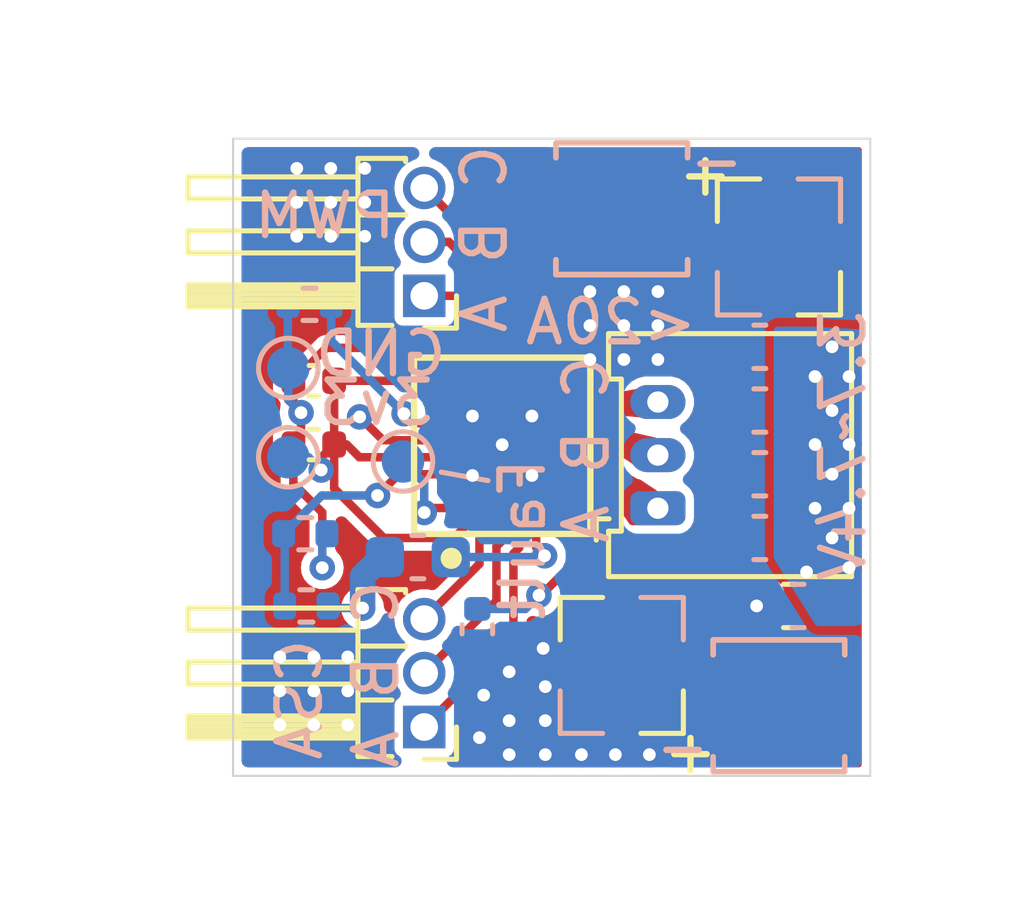
<source format=kicad_pcb>
(kicad_pcb (version 20240108) (generator "pcbnew") (generator_version "8.0")
  (title_block (date "2024-10-21") (rev "V1") (comment 1 "Licensed under CERN-OHL-S V2") (comment 2 "Author: Asher Edwards"))
  (layers (0 "F.Cu" signal) (1 "In1.Cu" signal) (2 "In2.Cu" signal) (31 "B.Cu" signal) (34 "B.Paste" user) (35 "F.Paste" user) (36 "B.SilkS" user "B.Silkscreen") (37 "F.SilkS" user "F.Silkscreen") (38 "B.Mask" user) (39 "F.Mask" user) (44 "Edge.Cuts" user))
  (net 0 "")
  (net 1 "+3.3V")
  (net 2 "GND")
  (net 3 "VDD")
  (net 4 "Net-(U1-CP)")
  (net 5 "Net-(J1-Pin_1)")
  (net 6 "Net-(J2-Pin_1)")
  (net 7 "GNDPWR")
  (net 8 "Net-(U1-SLEEP_N)")
  (net 9 "Net-(U1-GAIN)")
  (net 10 "Net-(J1-Pin_3)")
  (net 11 "Net-(J1-Pin_2)")
  (net 12 "Net-(J2-Pin_2)")
  (net 13 "Net-(J2-Pin_3)")
  (net 14 "Net-(J4-Pin_1)")
  (net 15 "Net-(J4-Pin_2)")
  (net 16 "unconnected-(U1-SLEW-Pad22)")
  (net 17 "Net-(J4-Pin_3)")
  (net 18 "Net-(U1-FAULT_N)")
  (footprint "custom_Connector:Keystone_3579" (layer "F.Cu") (at 176.65 107.55)
    (property "Reference" "J7" (hide yes))
    (property "Value" "Keystone 3579")
    (fp_line (start -1.55 -1.55) (end 1.55 -1.55) (stroke (width 0.127)) (layer "F.SilkS"))
    (fp_line (start -1.55 -1.2) (end -1.55 -1.55) (stroke (width 0.127)) (layer "F.SilkS"))
    (fp_line (start -1.55 1.55) (end -1.55 1.2) (stroke (width 0.127)) (layer "F.SilkS"))
    (fp_line (start 1.55 -1.55) (end 1.55 -1.2) (stroke (width 0.127)) (layer "F.SilkS"))
    (fp_line (start 1.55 1.2) (end 1.55 1.55) (stroke (width 0.127)) (layer "F.SilkS"))
    (fp_line (start 1.55 1.55) (end -1.55 1.55) (stroke (width 0.127)) (layer "F.SilkS"))
    (pad "1" smd rect (at 0 0) (size 2.8 2.8) (layers "F.Cu" "F.Paste" "F.Mask") (net 3 "VDD"))
  )
  (footprint "Connector_Molex:Molex_PicoBlade_53048-0310_1x03_P1.25mm_Horizontal" (layer "F.Cu") (at 173.8 102.9 90)
    (property "Reference" "J4" (hide yes))
    (property "Value" "Molex Picoblade")
    (fp_line (start -0.25 -1.45) (end -0.75 -1.45) (stroke (width 0.12)) (layer "F.SilkS"))
    (fp_line (start 4.11 -1.16) (end 4.11 4.56) (stroke (width 0.12)) (layer "F.SilkS"))
    (fp_line (start 3.04 -1.16) (end 4.11 -1.16) (stroke (width 0.12)) (layer "F.SilkS"))
    (fp_line (start -0.54 -1.16) (end -1.61 -1.16) (stroke (width 0.12)) (layer "F.SilkS"))
    (fp_line (start -1.61 -1.16) (end -1.61 4.56) (stroke (width 0.12)) (layer "F.SilkS"))
    (fp_line (start -0.25 -1.15) (end -0.25 -1.45) (stroke (width 0.12)) (layer "F.SilkS"))
    (fp_line (start 3.04 -0.86) (end 3.04 -1.16) (stroke (width 0.12)) (layer "F.SilkS"))
    (fp_line (start 1.25 -0.86) (end 3.04 -0.86) (stroke (width 0.12)) (layer "F.SilkS"))
    (fp_line (start 1.25 -0.86) (end -0.54 -0.86) (stroke (width 0.12)) (layer "F.SilkS"))
    (fp_line (start -0.54 -0.86) (end -0.54 -1.16) (stroke (width 0.12)) (layer "F.SilkS"))
    (fp_line (start 4.11 4.56) (end 1.25 4.56) (stroke (width 0.12)) (layer "F.SilkS"))
    (fp_line (start -1.61 4.56) (end 1.25 4.56) (stroke (width 0.12)) (layer "F.SilkS"))
    (pad "1" thru_hole roundrect (at 0 0 90) (size 0.8 1.3) (drill 0.5) (layers "*.Cu" "*.Mask") (net 14 "Net-(J4-Pin_1)"))
    (pad "2" thru_hole oval (at 1.25 0 90) (size 0.8 1.3) (drill 0.5) (layers "*.Cu" "*.Mask") (net 15 "Net-(J4-Pin_2)"))
    (pad "3" thru_hole oval (at 2.5 0 90) (size 0.8 1.3) (drill 0.5) (layers "*.Cu" "*.Mask") (net 17 "Net-(J4-Pin_3)"))
  )
  (footprint "Capacitor_SMD:C_0402_1005Metric" (layer "F.Cu") (at 165.7 99.9)
    (property "Reference" "C1" (hide yes))
    (property "Value" "4.7uF, 10v")
    (fp_line (start -0.107836 -0.36) (end 0.107836 -0.36) (stroke (width 0.12)) (layer "F.SilkS"))
    (fp_line (start -0.107836 0.36) (end 0.107836 0.36) (stroke (width 0.12)) (layer "F.SilkS"))
    (pad "1" smd roundrect (at -0.48 0) (size 0.56 0.62) (layers "F.Cu" "F.Paste" "F.Mask") (net 2 "GND"))
    (pad "2" smd roundrect (at 0.48 0) (size 0.56 0.62) (layers "F.Cu" "F.Paste" "F.Mask") (net 1 "+3.3V"))
  )
  (footprint "custom_Connector:NetTie-2_SMD_Pad0.2mm" (layer "F.Cu") (at 170.134999 100.35 90)
    (property "Reference" "NT1" (hide yes))
    (property "Value" "NetTie_2" (hide yes))
    (fp_poly (pts (xy -0.2 -0.1) (xy 0.2 -0.1) (xy 0.2 0.1) (xy -0.2 0.1)) (fill solid) (layer "F.Cu"))
    (pad "1" smd circle (at -0.2 0 90) (size 0.2 0.2) (layers "F.Cu") (net 7 "GNDPWR"))
    (pad "2" smd circle (at 0.2 0 90) (size 0.2 0.2) (layers "F.Cu") (net 2 "GND"))
  )
  (footprint "custom_Driver_Motor:DRV8311_0.3mmVias" (layer "F.Cu") (at 170.134999 101.429999 90)
    (property "Reference" "U1" (hide yes))
    (property "Value" "DRV8311HRRWR")
    (fp_line (start -2.075 -2.075) (end 2.075 -2.075) (stroke (width 0.15)) (layer "F.SilkS"))
    (fp_line (start 2.075 2.075) (end 2.075 -2.075) (stroke (width 0.15)) (layer "F.SilkS"))
    (fp_line (start -2.075 2.075) (end -2.075 -2.075) (stroke (width 0.15)) (layer "F.SilkS"))
    (fp_line (start -2.075 2.075) (end 2.075 2.075) (stroke (width 0.15)) (layer "F.SilkS"))
    (fp_circle (center -2.65 -1.2) (end -2.524999 -1.2) (stroke (width 0.25)) (fill none) (layer "F.SilkS"))
    (pad "1" smd rect (at -1.465001 -1.2 180) (size 0.2 0.469999) (layers "F.Cu" "F.Paste" "F.Mask") (net 18 "Net-(U1-FAULT_N)"))
    (pad "2" smd rect (at -1.465001 -0.800001 180) (size 0.2 0.469999) (layers "F.Cu" "F.Paste" "F.Mask") (net 1 "+3.3V"))
    (pad "3" smd rect (at -1.465001 -0.399999 180) (size 0.2 0.469999) (layers "F.Cu" "F.Paste" "F.Mask") (net 10 "Net-(J1-Pin_3)"))
    (pad "4" smd rect (at -1.465001 0 180) (size 0.2 0.469999) (layers "F.Cu" "F.Paste" "F.Mask") (net 11 "Net-(J1-Pin_2)"))
    (pad "5" smd rect (at -1.465001 0.399999 180) (size 0.2 0.469999) (layers "F.Cu" "F.Paste" "F.Mask") (net 5 "Net-(J1-Pin_1)"))
    (pad "6" smd rect (at -1.465001 0.800001 180) (size 0.2 0.469999) (layers "F.Cu" "F.Paste" "F.Mask") (net 4 "Net-(U1-CP)"))
    (pad "7" smd rect (at -1.465001 1.2 180) (size 0.2 0.469999) (layers "F.Cu" "F.Paste" "F.Mask") (net 3 "VDD"))
    (pad "8" smd rect (at -0.670001 1.465001 90) (size 0.2 0.469999) (layers "F.Cu" "F.Paste" "F.Mask") (net 3 "VDD"))
    (pad "9" smd rect (at -0.269999 1.465001 90) (size 0.2 0.469999) (layers "F.Cu" "F.Paste" "F.Mask") (net 7 "GNDPWR"))
    (pad "10" smd rect (at 0.13 1.465001 90) (size 0.2 0.469999) (layers "F.Cu" "F.Paste" "F.Mask") (net 14 "Net-(J4-Pin_1)"))
    (pad "11" smd rect (at 0.529999 1.465001 90) (size 0.2 0.469999) (layers "F.Cu" "F.Paste" "F.Mask") (net 15 "Net-(J4-Pin_2)"))
    (pad "12" smd rect (at 0.930001 1.465001 90) (size 0.2 0.469999) (layers "F.Cu" "F.Paste" "F.Mask") (net 17 "Net-(J4-Pin_3)"))
    (pad "13" smd rect (at 1.465001 1.2 180) (size 0.2 0.469999) (layers "F.Cu" "F.Paste" "F.Mask") (net 13 "Net-(J2-Pin_3)"))
    (pad "14" smd rect (at 1.465001 0.800001 180) (size 0.2 0.469999) (layers "F.Cu" "F.Paste" "F.Mask") (net 12 "Net-(J2-Pin_2)"))
    (pad "15" smd rect (at 1.465001 0.399999 180) (size 0.2 0.469999) (layers "F.Cu" "F.Paste" "F.Mask") (net 6 "Net-(J2-Pin_1)"))
    (pad "16" smd rect (at 1.465001 0 180) (size 0.2 0.469999) (layers "F.Cu" "F.Paste" "F.Mask") (net 2 "GND"))
    (pad "17" smd rect (at 1.465001 -0.399999 180) (size 0.2 0.469999) (layers "F.Cu" "F.Paste" "F.Mask") (net 1 "+3.3V"))
    (pad "18" smd rect (at 1.465001 -0.800001 180) (size 0.2 0.469999) (layers "F.Cu" "F.Paste" "F.Mask") (net 1 "+3.3V"))
    (pad "19" smd rect (at 1.465001 -1.2 180) (size 0.2 0.469999) (layers "F.Cu" "F.Paste" "F.Mask") (net 1 "+3.3V"))
    (pad "20" smd rect (at 0.930001 -1.465001 90) (size 0.2 0.469999) (layers "F.Cu" "F.Paste" "F.Mask") (net 1 "+3.3V"))
    (pad "21" smd rect (at 0.529999 -1.465001 90) (size 0.2 0.469999) (layers "F.Cu" "F.Paste" "F.Mask") (net 9 "Net-(U1-GAIN)"))
    (pad "22" smd rect (at 0.13 -1.465001 90) (size 0.2 0.469999) (layers "F.Cu" "F.Paste" "F.Mask") (net 16 "unconnected-(U1-SLEW-Pad22)"))
    (pad "23" smd rect (at -0.269999 -1.465001 90) (size 0.2 0.469999) (layers "F.Cu" "F.Paste" "F.Mask") (net 1 "+3.3V"))
    (pad "24" smd rect (at -0.670001 -1.465001 90) (size 0.2 0.469999) (layers "F.Cu" "F.Paste" "F.Mask") (net 8 "Net-(U1-SLEEP_N)"))
    (pad "25" thru_hole circle (at -0.700001 -0.700001 90) (size 0.6 0.6) (drill 0.3) (layers "*.Cu" "*.Mask") (net 7 "GNDPWR"))
    (pad "25" thru_hole circle (at -0.700001 0.700001 90) (size 0.6 0.6) (drill 0.3) (layers "*.Cu" "*.Mask") (net 7 "GNDPWR"))
    (pad "25" smd rect (at 0 0 90) (size 1.899999 1.899999) (layers "F.Cu" "F.Mask") (net 7 "GNDPWR"))
    (pad "25" thru_hole circle (at 0.0254 0 90) (size 0.6 0.6) (drill 0.3) (layers "*.Cu" "*.Mask") (net 7 "GNDPWR"))
    (pad "25" thru_hole circle (at 0.700001 -0.700001 90) (size 0.6 0.6) (drill 0.3) (layers "*.Cu" "*.Mask") (net 7 "GNDPWR"))
    (pad "25" thru_hole circle (at 0.700001 0.700001 90) (size 0.6 0.6) (drill 0.3) (layers "*.Cu" "*.Mask") (net 7 "GNDPWR"))
  )
  (footprint "custom_Connector:Keystone_3569_half" (layer "F.Cu") (at 176.65 94.2)
    (property "Reference" "J8" (hide yes))
    (property "Value" "Keystone 3569")
    (fp_line (start -1.45 0.95) (end -1.45 1.95) (stroke (width 0.12)) (layer "F.SilkS"))
    (fp_line (start -0.45 0.95) (end -1.45 0.95) (stroke (width 0.12)) (layer "F.SilkS"))
    (fp_line (start 0.45 4.15) (end 1.45 4.15) (stroke (width 0.12)) (layer "F.SilkS"))
    (fp_line (start 1.45 4.15) (end 1.45 3.15) (stroke (width 0.12)) (layer "F.SilkS"))
    (pad "1" smd rect (at 0 2.55) (size 2.5 2.8) (layers "F.Cu" "F.Paste" "F.Mask") (net 3 "VDD"))
  )
  (footprint "Capacitor_SMD:C_0603_1608Metric" (layer "F.Cu") (at 176.9 105.2 180)
    (property "Reference" "C6" (hide yes))
    (property "Value" "100nF, 16v")
    (fp_line (start -0.14058 0.51) (end 0.14058 0.51) (stroke (width 0.12)) (layer "F.SilkS"))
    (fp_line (start -0.14058 -0.51) (end 0.14058 -0.51) (stroke (width 0.12)) (layer "F.SilkS"))
    (pad "1" smd roundrect (at -0.775 0 180) (size 0.9 0.95) (layers "F.Cu" "F.Paste" "F.Mask") (net 3 "VDD"))
    (pad "2" smd roundrect (at 0.775 0 180) (size 0.9 0.95) (layers "F.Cu" "F.Paste" "F.Mask") (net 7 "GNDPWR"))
  )
  (footprint "custom_Connector:Keystone_3569_half" (layer "F.Cu") (at 172.95 109.15 180)
    (property "Reference" "J6" (hide yes))
    (property "Value" "Keystone 3569")
    (fp_line (start 1.45 4.15) (end 1.45 3.15) (stroke (width 0.12)) (layer "F.SilkS"))
    (fp_line (start 0.45 4.15) (end 1.45 4.15) (stroke (width 0.12)) (layer "F.SilkS"))
    (fp_line (start -0.45 0.95) (end -1.45 0.95) (stroke (width 0.12)) (layer "F.SilkS"))
    (fp_line (start -1.45 0.95) (end -1.45 1.95) (stroke (width 0.12)) (layer "F.SilkS"))
    (pad "1" smd rect (at 0 2.55 180) (size 2.5 2.8) (layers "F.Cu" "F.Paste" "F.Mask") (net 3 "VDD"))
  )
  (footprint "custom_Connector:Keystone_3579" (layer "F.Cu") (at 172.95 95.85 180)
    (property "Reference" "J9" (hide yes))
    (property "Value" "Keystone 3579")
    (fp_line (start 1.55 1.55) (end -1.55 1.55) (stroke (width 0.127)) (layer "F.SilkS"))
    (fp_line (start 1.55 1.2) (end 1.55 1.55) (stroke (width 0.127)) (layer "F.SilkS"))
    (fp_line (start 1.55 -1.55) (end 1.55 -1.2) (stroke (width 0.127)) (layer "F.SilkS"))
    (fp_line (start -1.55 1.55) (end -1.55 1.2) (stroke (width 0.127)) (layer "F.SilkS"))
    (fp_line (start -1.55 -1.2) (end -1.55 -1.55) (stroke (width 0.127)) (layer "F.SilkS"))
    (fp_line (start -1.55 -1.55) (end 1.55 -1.55) (stroke (width 0.127)) (layer "F.SilkS"))
    (pad "1" smd rect (at 0 0 180) (size 2.8 2.8) (layers "F.Cu" "F.Paste" "F.Mask") (net 3 "VDD"))
  )
  (footprint "Connector_PinHeader_1.27mm:PinHeader_1x03_P1.27mm_Horizontal" (layer "F.Cu") (at 168.3 97.9 180)
    (property "Reference" "J2" (hide yes))
    (property "Value" "1.27mm pin header")
    (fp_line (start 5.56 2.8) (end 1.56 2.8) (stroke (width 0.12)) (layer "F.SilkS"))
    (fp_line (start 5.56 2.28) (end 5.56 2.8) (stroke (width 0.12)) (layer "F.SilkS"))
    (fp_line (start 5.56 1.53) (end 1.56 1.53) (stroke (width 0.12)) (layer "F.SilkS"))
    (fp_line (start 5.56 1.01) (end 5.56 1.53) (stroke (width 0.12)) (layer "F.SilkS"))
    (fp_line (start 5.56 0.26) (end 1.56 0.26) (stroke (width 0.12)) (layer "F.SilkS"))
    (fp_line (start 5.56 -0.26) (end 5.56 0.26) (stroke (width 0.12)) (layer "F.SilkS"))
    (fp_line (start 1.56 3.235) (end 0.44 3.235) (stroke (width 0.12)) (layer "F.SilkS"))
    (fp_line (start 1.56 2.28) (end 5.56 2.28) (stroke (width 0.12)) (layer "F.SilkS"))
    (fp_line (start 1.56 1.01) (end 5.56 1.01) (stroke (width 0.12)) (layer "F.SilkS"))
    (fp_line (start 1.56 0.16) (end 5.56 0.16) (stroke (width 0.12)) (layer "F.SilkS"))
    (fp_line (start 1.56 0.04) (end 5.56 0.04) (stroke (width 0.12)) (layer "F.SilkS"))
    (fp_line (start 1.56 -0.08) (end 5.56 -0.08) (stroke (width 0.12)) (layer "F.SilkS"))
    (fp_line (start 1.56 -0.2) (end 5.56 -0.2) (stroke (width 0.12)) (layer "F.SilkS"))
    (fp_line (start 1.56 -0.26) (end 5.56 -0.26) (stroke (width 0.12)) (layer "F.SilkS"))
    (fp_line (start 1.56 -0.695) (end 1.56 3.235) (stroke (width 0.12)) (layer "F.SilkS"))
    (fp_line (start 0.76 0.635) (end 1.56 0.635) (stroke (width 0.12)) (layer "F.SilkS"))
    (fp_line (start 0.76 -0.695) (end 1.56 -0.695) (stroke (width 0.12)) (layer "F.SilkS"))
    (fp_line (start 0.44 3.235) (end 0.44 3.159677) (stroke (width 0.12)) (layer "F.SilkS"))
    (fp_line (start 0.44 1.905) (end 1.56 1.905) (stroke (width 0.12)) (layer "F.SilkS"))
    (fp_line (start 0.44 1.889677) (end 0.44 1.920323) (stroke (width 0.12)) (layer "F.SilkS"))
    (fp_line (start -0.76 0) (end -0.76 -0.76) (stroke (width 0.12)) (layer "F.SilkS"))
    (fp_line (start -0.76 -0.76) (end 0 -0.76) (stroke (width 0.12)) (layer "F.SilkS"))
    (pad "1" thru_hole rect (at 0 0 180) (size 1 1) (drill 0.65) (layers "*.Cu" "*.Mask") (net 6 "Net-(J2-Pin_1)"))
    (pad "2" thru_hole oval (at 0 1.27 180) (size 1 1) (drill 0.65) (layers "*.Cu" "*.Mask") (net 12 "Net-(J2-Pin_2)"))
    (pad "3" thru_hole oval (at 0 2.54 180) (size 1 1) (drill 0.65) (layers "*.Cu" "*.Mask") (net 13 "Net-(J2-Pin_3)"))
  )
  (footprint "Capacitor_SMD:C_0402_1005Metric" (layer "F.Cu") (at 165.7 101.4)
    (property "Reference" "C7" (hide yes))
    (property "Value" "100nF, 16v")
    (fp_line (start -0.107836 -0.36) (end 0.107836 -0.36) (stroke (width 0.12)) (layer "F.SilkS"))
    (fp_line (start -0.107836 0.36) (end 0.107836 0.36) (stroke (width 0.12)) (layer "F.SilkS"))
    (pad "1" smd roundrect (at -0.48 0) (size 0.56 0.62) (layers "F.Cu" "F.Paste" "F.Mask") (net 2 "GND"))
    (pad "2" smd roundrect (at 0.48 0) (size 0.56 0.62) (layers "F.Cu" "F.Paste" "F.Mask") (net 1 "+3.3V"))
  )
  (footprint "Connector_PinHeader_1.27mm:PinHeader_1x03_P1.27mm_Horizontal" (layer "F.Cu") (at 168.3 108.05 180)
    (property "Reference" "J1" (hide yes))
    (property "Value" "1.27mm pin header")
    (fp_line (start 5.56 2.8) (end 1.56 2.8) (stroke (width 0.12)) (layer "F.SilkS"))
    (fp_line (start 5.56 2.28) (end 5.56 2.8) (stroke (width 0.12)) (layer "F.SilkS"))
    (fp_line (start 5.56 1.53) (end 1.56 1.53) (stroke (width 0.12)) (layer "F.SilkS"))
    (fp_line (start 5.56 1.01) (end 5.56 1.53) (stroke (width 0.12)) (layer "F.SilkS"))
    (fp_line (start 5.56 0.26) (end 1.56 0.26) (stroke (width 0.12)) (layer "F.SilkS"))
    (fp_line (start 5.56 -0.26) (end 5.56 0.26) (stroke (width 0.12)) (layer "F.SilkS"))
    (fp_line (start 1.56 3.235) (end 0.44 3.235) (stroke (width 0.12)) (layer "F.SilkS"))
    (fp_line (start 1.56 2.28) (end 5.56 2.28) (stroke (width 0.12)) (layer "F.SilkS"))
    (fp_line (start 1.56 1.01) (end 5.56 1.01) (stroke (width 0.12)) (layer "F.SilkS"))
    (fp_line (start 1.56 0.16) (end 5.56 0.16) (stroke (width 0.12)) (layer "F.SilkS"))
    (fp_line (start 1.56 0.04) (end 5.56 0.04) (stroke (width 0.12)) (layer "F.SilkS"))
    (fp_line (start 1.56 -0.08) (end 5.56 -0.08) (stroke (width 0.12)) (layer "F.SilkS"))
    (fp_line (start 1.56 -0.2) (end 5.56 -0.2) (stroke (width 0.12)) (layer "F.SilkS"))
    (fp_line (start 1.56 -0.26) (end 5.56 -0.26) (stroke (width 0.12)) (layer "F.SilkS"))
    (fp_line (start 1.56 -0.695) (end 1.56 3.235) (stroke (width 0.12)) (layer "F.SilkS"))
    (fp_line (start 0.76 0.635) (end 1.56 0.635) (stroke (width 0.12)) (layer "F.SilkS"))
    (fp_line (start 0.76 -0.695) (end 1.56 -0.695) (stroke (width 0.12)) (layer "F.SilkS"))
    (fp_line (start 0.44 3.235) (end 0.44 3.159677) (stroke (width 0.12)) (layer "F.SilkS"))
    (fp_line (start 0.44 1.905) (end 1.56 1.905) (stroke (width 0.12)) (layer "F.SilkS"))
    (fp_line (start 0.44 1.889677) (end 0.44 1.920323) (stroke (width 0.12)) (layer "F.SilkS"))
    (fp_line (start -0.76 0) (end -0.76 -0.76) (stroke (width 0.12)) (layer "F.SilkS"))
    (fp_line (start -0.76 -0.76) (end 0 -0.76) (stroke (width 0.12)) (layer "F.SilkS"))
    (pad "1" thru_hole rect (at 0 0 180) (size 1 1) (drill 0.65) (layers "*.Cu" "*.Mask") (net 5 "Net-(J1-Pin_1)"))
    (pad "2" thru_hole oval (at 0 1.27 180) (size 1 1) (drill 0.65) (layers "*.Cu" "*.Mask") (net 11 "Net-(J1-Pin_2)"))
    (pad "3" thru_hole oval (at 0 2.54 180) (size 1 1) (drill 0.65) (layers "*.Cu" "*.Mask") (net 10 "Net-(J1-Pin_3)"))
  )
  (footprint "Resistor_SMD:R_0402_1005Metric" (layer "B.Cu") (at 165.525 105.2)
    (property "Reference" "R1" (hide yes))
    (property "Value" "300k")
    (fp_line (start 0.153641 -0.38) (end -0.153641 -0.38) (stroke (width 0.12)) (layer "B.SilkS"))
    (fp_line (start 0.153641 0.38) (end -0.153641 0.38) (stroke (width 0.12)) (layer "B.SilkS"))
    (pad "1" smd roundrect (at -0.51 0) (size 0.54 0.64) (layers "B.Cu" "B.Paste" "B.Mask") (net 8 "Net-(U1-SLEEP_N)"))
    (pad "2" smd roundrect (at 0.51 0) (size 0.54 0.64) (layers "B.Cu" "B.Paste" "B.Mask") (net 3 "VDD"))
  )
  (footprint "custom_Connector:Keystone_3569_half" (layer "B.Cu") (at 176.65 94.2 180)
    (property "Reference" "J10" (hide yes))
    (property "Value" "Keystone 3569")
    (fp_line (start 1.45 -3.15) (end 1.45 -4.15) (stroke (width 0.12)) (layer "B.SilkS"))
    (fp_line (start 1.45 -4.15) (end 0.45 -4.15) (stroke (width 0.12)) (layer "B.SilkS"))
    (fp_line (start -1.45 -0.95) (end -0.45 -0.95) (stroke (width 0.12)) (layer "B.SilkS"))
    (fp_line (start -1.45 -1.95) (end -1.45 -0.95) (stroke (width 0.12)) (layer "B.SilkS"))
    (pad "1" smd rect (at 0 -2.55 180) (size 2.5 2.8) (layers "B.Cu" "B.Paste" "B.Mask") (net 7 "GNDPWR"))
  )
  (footprint "custom_Connector:Keystone_3569_half" (layer "B.Cu") (at 172.95 109.15)
    (property "Reference" "J5" (hide yes))
    (property "Value" "Keystone 3569")
    (fp_line (start -1.45 -1.95) (end -1.45 -0.95) (stroke (width 0.12)) (layer "B.SilkS"))
    (fp_line (start -1.45 -0.95) (end -0.45 -0.95) (stroke (width 0.12)) (layer "B.SilkS"))
    (fp_line (start 1.45 -4.15) (end 0.45 -4.15) (stroke (width 0.12)) (layer "B.SilkS"))
    (fp_line (start 1.45 -3.15) (end 1.45 -4.15) (stroke (width 0.12)) (layer "B.SilkS"))
    (pad "1" smd rect (at 0 -2.55) (size 2.5 2.8) (layers "B.Cu" "B.Paste" "B.Mask") (net 7 "GNDPWR"))
  )
  (footprint "TestPoint:TestPoint_Pad_D1.0mm" (layer "B.Cu") (at 165.1 101.7 180)
    (property "Reference" "TP5" (hide yes))
    (property "Value" "3.3v")
    (fp_circle (center 0 0) (end 0 -0.7) (stroke (width 0.12)) (fill none) (layer "B.SilkS"))
    (pad "1" smd circle (at 0 0 180) (size 1 1) (layers "B.Cu" "B.Mask") (net 1 "+3.3V"))
  )
  (footprint "Capacitor_SMD:C_0603_1608Metric" (layer "B.Cu") (at 176.2 99.1 180)
    (property "Reference" "C4" (hide yes))
    (property "Value" "10uF, 16v")
    (fp_line (start 0.14058 0.51) (end -0.14058 0.51) (stroke (width 0.12)) (layer "B.SilkS"))
    (fp_line (start 0.14058 -0.51) (end -0.14058 -0.51) (stroke (width 0.12)) (layer "B.SilkS"))
    (pad "1" smd roundrect (at -0.775 0 180) (size 0.9 0.95) (layers "B.Cu" "B.Paste" "B.Mask") (net 3 "VDD"))
    (pad "2" smd roundrect (at 0.775 0 180) (size 0.9 0.95) (layers "B.Cu" "B.Paste" "B.Mask") (net 7 "GNDPWR"))
  )
  (footprint "Capacitor_SMD:C_0603_1608Metric" (layer "B.Cu") (at 176.2 103.6 180)
    (property "Reference" "C9" (hide yes))
    (property "Value" "10uF, 16v")
    (fp_line (start 0.14058 0.51) (end -0.14058 0.51) (stroke (width 0.12)) (layer "B.SilkS"))
    (fp_line (start 0.14058 -0.51) (end -0.14058 -0.51) (stroke (width 0.12)) (layer "B.SilkS"))
    (pad "1" smd roundrect (at -0.775 0 180) (size 0.9 0.95) (layers "B.Cu" "B.Paste" "B.Mask") (net 3 "VDD"))
    (pad "2" smd roundrect (at 0.775 0 180) (size 0.9 0.95) (layers "B.Cu" "B.Paste" "B.Mask") (net 7 "GNDPWR"))
  )
  (footprint "Capacitor_SMD:C_0402_1005Metric" (layer "B.Cu") (at 169.55 105.75 -90)
    (property "Reference" "C3" (hide yes))
    (property "Value" "100nF, 16v")
    (fp_line (start 0.107836 0.36) (end -0.107836 0.36) (stroke (width 0.12)) (layer "B.SilkS"))
    (fp_line (start 0.107836 -0.36) (end -0.107836 -0.36) (stroke (width 0.12)) (layer "B.SilkS"))
    (pad "1" smd roundrect (at -0.48 0 270) (size 0.56 0.62) (layers "B.Cu" "B.Paste" "B.Mask") (net 3 "VDD"))
    (pad "2" smd roundrect (at 0.48 0 270) (size 0.56 0.62) (layers "B.Cu" "B.Paste" "B.Mask") (net 7 "GNDPWR"))
  )
  (footprint "Capacitor_SMD:C_0603_1608Metric" (layer "B.Cu") (at 177.1 105.2 180)
    (property "Reference" "C10" (hide yes))
    (property "Value" "10uF, 16v")
    (fp_line (start 0.14058 0.51) (end -0.14058 0.51) (stroke (width 0.12)) (layer "B.SilkS"))
    (fp_line (start 0.14058 -0.51) (end -0.14058 -0.51) (stroke (width 0.12)) (layer "B.SilkS"))
    (pad "1" smd roundrect (at -0.775 0 180) (size 0.9 0.95) (layers "B.Cu" "B.Paste" "B.Mask") (net 3 "VDD"))
    (pad "2" smd roundrect (at 0.775 0 180) (size 0.9 0.95) (layers "B.Cu" "B.Paste" "B.Mask") (net 7 "GNDPWR"))
  )
  (footprint "TestPoint:TestPoint_Pad_D1.0mm" (layer "B.Cu") (at 167.8 101.8 180)
    (property "Reference" "TP3" (hide yes))
    (property "Value" "Fault")
    (fp_circle (center 0 0) (end 0 -0.7) (stroke (width 0.12)) (fill none) (layer "B.SilkS"))
    (pad "1" smd circle (at 0 0 180) (size 1 1) (layers "B.Cu" "B.Mask") (net 18 "Net-(U1-FAULT_N)"))
  )
  (footprint "custom_Connector:Keystone_3579" (layer "B.Cu") (at 176.65 107.55 180)
    (property "Reference" "J3" (hide yes))
    (property "Value" "Keystone 3579")
    (fp_line (start 1.55 1.55) (end -1.55 1.55) (stroke (width 0.127)) (layer "B.SilkS"))
    (fp_line (start 1.55 1.2) (end 1.55 1.55) (stroke (width 0.127)) (layer "B.SilkS"))
    (fp_line (start 1.55 -1.55) (end 1.55 -1.2) (stroke (width 0.127)) (layer "B.SilkS"))
    (fp_line (start -1.55 1.55) (end -1.55 1.2) (stroke (width 0.127)) (layer "B.SilkS"))
    (fp_line (start -1.55 -1.2) (end -1.55 -1.55) (stroke (width 0.127)) (layer "B.SilkS"))
    (fp_line (start -1.55 -1.55) (end 1.55 -1.55) (stroke (width 0.127)) (layer "B.SilkS"))
    (pad "1" smd rect (at 0 0 180) (size 2.8 2.8) (layers "B.Cu" "B.Paste" "B.Mask") (net 7 "GNDPWR"))
  )
  (footprint "Capacitor_SMD:C_0603_1608Metric" (layer "B.Cu") (at 176.2 100.6 180)
    (property "Reference" "C8" (hide yes))
    (property "Value" "10uF, 16v")
    (fp_line (start 0.14058 0.51) (end -0.14058 0.51) (stroke (width 0.12)) (layer "B.SilkS"))
    (fp_line (start 0.14058 -0.51) (end -0.14058 -0.51) (stroke (width 0.12)) (layer "B.SilkS"))
    (pad "1" smd roundrect (at -0.775 0 180) (size 0.9 0.95) (layers "B.Cu" "B.Paste" "B.Mask") (net 3 "VDD"))
    (pad "2" smd roundrect (at 0.775 0 180) (size 0.9 0.95) (layers "B.Cu" "B.Paste" "B.Mask") (net 7 "GNDPWR"))
  )
  (footprint "custom_Connector:Keystone_3579" (layer "B.Cu") (at 172.95 95.85)
    (property "Reference" "J11" (hide yes))
    (property "Value" "Keystone 3579")
    (fp_line (start -1.55 -1.55) (end 1.55 -1.55) (stroke (width 0.127)) (layer "B.SilkS"))
    (fp_line (start -1.55 -1.2) (end -1.55 -1.55) (stroke (width 0.127)) (layer "B.SilkS"))
    (fp_line (start -1.55 1.55) (end -1.55 1.2) (stroke (width 0.127)) (layer "B.SilkS"))
    (fp_line (start 1.55 -1.55) (end 1.55 -1.2) (stroke (width 0.127)) (layer "B.SilkS"))
    (fp_line (start 1.55 1.2) (end 1.55 1.55) (stroke (width 0.127)) (layer "B.SilkS"))
    (fp_line (start 1.55 1.55) (end -1.55 1.55) (stroke (width 0.127)) (layer "B.SilkS"))
    (pad "1" smd rect (at 0 0) (size 2.8 2.8) (layers "B.Cu" "B.Paste" "B.Mask") (net 7 "GNDPWR"))
  )
  (footprint "Resistor_SMD:R_0402_1005Metric" (layer "B.Cu") (at 165.6 98.1)
    (property "Reference" "R3" (hide yes))
    (property "Value" "47k")
    (fp_line (start 0.153641 -0.38) (end -0.153641 -0.38) (stroke (width 0.12)) (layer "B.SilkS"))
    (fp_line (start 0.153641 0.38) (end -0.153641 0.38) (stroke (width 0.12)) (layer "B.SilkS"))
    (pad "1" smd roundrect (at -0.51 0) (size 0.54 0.64) (layers "B.Cu" "B.Paste" "B.Mask") (net 2 "GND"))
    (pad "2" smd roundrect (at 0.51 0) (size 0.54 0.64) (layers "B.Cu" "B.Paste" "B.Mask") (net 9 "Net-(U1-GAIN)"))
  )
  (footprint "Capacitor_SMD:C_0603_1608Metric" (layer "B.Cu") (at 168.15 104.05 180)
    (property "Reference" "C2" (hide yes))
    (property "Value" "100nF, 16v")
    (fp_line (start 0.14058 0.51) (end -0.14058 0.51) (stroke (width 0.12)) (layer "B.SilkS"))
    (fp_line (start 0.14058 -0.51) (end -0.14058 -0.51) (stroke (width 0.12)) (layer "B.SilkS"))
    (pad "1" smd roundrect (at -0.775 0 180) (size 0.9 0.95) (layers "B.Cu" "B.Paste" "B.Mask") (net 4 "Net-(U1-CP)"))
    (pad "2" smd roundrect (at 0.775 0 180) (size 0.9 0.95) (layers "B.Cu" "B.Paste" "B.Mask") (net 3 "VDD"))
  )
  (footprint "TestPoint:TestPoint_Pad_D1.0mm" (layer "B.Cu") (at 165.1 99.6 180)
    (property "Reference" "TP4" (hide yes))
    (property "Value" "GND")
    (fp_circle (center 0 0) (end 0 -0.7) (stroke (width 0.12)) (fill none) (layer "B.SilkS"))
    (pad "1" smd circle (at 0 0 180) (size 1 1) (layers "B.Cu" "B.Mask") (net 2 "GND"))
  )
  (footprint "Capacitor_SMD:C_0603_1608Metric" (layer "B.Cu") (at 176.2 102.1 180)
    (property "Reference" "C5" (hide yes))
    (property "Value" "10uF, 16v")
    (fp_line (start 0.14058 0.51) (end -0.14058 0.51) (stroke (width 0.12)) (layer "B.SilkS"))
    (fp_line (start 0.14058 -0.51) (end -0.14058 -0.51) (stroke (width 0.12)) (layer "B.SilkS"))
    (pad "1" smd roundrect (at -0.775 0 180) (size 0.9 0.95) (layers "B.Cu" "B.Paste" "B.Mask") (net 3 "VDD"))
    (pad "2" smd roundrect (at 0.775 0 180) (size 0.9 0.95) (layers "B.Cu" "B.Paste" "B.Mask") (net 7 "GNDPWR"))
  )
  (footprint "Resistor_SMD:R_0402_1005Metric" (layer "B.Cu") (at 165.5 103.5 180)
    (property "Reference" "R2" (hide yes))
    (property "Value" "100k")
    (fp_line (start 0.153641 0.38) (end -0.153641 0.38) (stroke (width 0.12)) (layer "B.SilkS"))
    (fp_line (start 0.153641 -0.38) (end -0.153641 -0.38) (stroke (width 0.12)) (layer "B.SilkS"))
    (pad "1" smd roundrect (at -0.51 0 180) (size 0.54 0.64) (layers "B.Cu" "B.Paste" "B.Mask") (net 2 "GND"))
    (pad "2" smd roundrect (at 0.51 0 180) (size 0.54 0.64) (layers "B.Cu" "B.Paste" "B.Mask") (net 8 "Net-(U1-SLEEP_N)"))
  )
  (gr_line (start 168.7 102.05) (end 169.8 102.25) (stroke (width 0.12)) (layer "B.SilkS"))
  (gr_rect (start 163.8 94.2) (end 178.8 109.2) (stroke (width 0.05)) (fill none) (layer "Edge.Cuts"))
  (gr_text "GND" (at 168.9 99.85 0) (layer "B.SilkS") (effects (font (size 1 1)) (justify left bottom mirror)))
  (gr_text "<20A" (at 174.8 99.1 0) (layer "B.SilkS") (effects (font (size 1 1)) (justify left bottom mirror)))
  (gr_text "C B A" (at 172.7 103.8 90) (layer "B.SilkS") (effects (font (size 1 1)) (justify right bottom mirror)))
  (gr_text "Fault" (at 171.2 101.65 90) (layer "B.SilkS") (effects (font (size 1 1)) (justify left bottom mirror)))
  (gr_text "C B A" (at 170.3 98.85 90) (layer "B.SilkS") (effects (font (size 1 1)) (justify right bottom mirror)))
  (gr_text "PWM" (at 167.7 96.6 0) (layer "B.SilkS") (effects (font (size 1 1)) (justify left bottom mirror)))
  (gr_text "C B A" (at 167.75 109.1 90) (layer "B.SilkS") (effects (font (size 1 1)) (justify right bottom mirror)))
  (gr_text "3v3" (at 168.6 101 0) (layer "B.SilkS") (effects (font (size 1 1)) (justify left bottom mirror)))
  (gr_text "-" (at 175.1 109.1 -0) (layer "B.SilkS") (effects (font (size 1 1)) (justify left bottom mirror)))
  (gr_text "CSA" (at 165.95 105.9 90) (layer "B.SilkS") (effects (font (size 1 1)) (justify left bottom mirror)))
  (gr_text "-" (at 175.9 95.3 -0) (layer "B.SilkS") (effects (font (size 1 1)) (justify left bottom mirror)))
  (gr_text "+" (at 174.2 95.6 -0) (layer "F.SilkS") (effects (font (size 1 1)) (justify left bottom)))
  (gr_text "+" (at 173.85 109.2 -0) (layer "F.SilkS") (effects (font (size 1 1)) (justify left bottom)))
  (gr_text_box "3.7~7.4V" (start 176.825 98.1492) (end 178.975 104.7) (angle 90) (layer "B.SilkS") (effects (font (size 1 1)) (justify top mirror)) (border no))
  (segment (start 166.774998 101.699998) (end 166.475 101.4) (width 0.2) (layer "F.Cu") (net 1))
  (segment (start 168.934999 99.964998) (end 168.835002 99.964998) (width 0.2) (layer "F.Cu") (net 1))
  (segment (start 168.6 100.43) (end 168.669998 100.499998) (width 0.2) (layer "F.Cu") (net 1))
  (segment (start 165.874999 102.000001) (end 165.874999 101.705001) (width 0.2) (layer "F.Cu") (net 1))
  (segment (start 165.874999 101.705001) (end 166.18 101.4) (width 0.2) (layer "F.Cu") (net 1))
  (segment (start 169.735 99.964998) (end 168.934999 99.964998) (width 0.2) (layer "F.Cu") (net 1))
  (segment (start 167.348529 103.6) (end 169 103.6) (width 0.2) (layer "F.Cu") (net 1))
  (segment (start 168.835002 99.964998) (end 168.6 100.2) (width 0.2) (layer "F.Cu") (net 1))
  (segment (start 166.774998 101.699998) (end 168.669998 101.699998) (width 0.2) (layer "F.Cu") (net 1))
  (segment (start 166.18 102.431471) (end 167.348529 103.6) (width 0.2) (layer "F.Cu") (net 1))
  (segment (start 167.900004 99.9) (end 166.18 99.9) (width 0.2) (layer "F.Cu") (net 1))
  (segment (start 169.334998 103.265002) (end 169.334998 102.895) (width 0.2) (layer "F.Cu") (net 1))
  (segment (start 166.18 99.9) (end 166.18 101.4) (width 0.2) (layer "F.Cu") (net 1))
  (segment (start 168.669998 100.499998) (end 168.500002 100.499998) (width 0.2) (layer "F.Cu") (net 1))
  (segment (start 166.475 101.4) (end 166.18 101.4) (width 0.2) (layer "F.Cu") (net 1))
  (segment (start 166.18 101.4) (end 166.18 102.431471) (width 0.2) (layer "F.Cu") (net 1))
  (segment (start 168.500002 100.499998) (end 167.900004 99.9) (width 0.2) (layer "F.Cu") (net 1))
  (segment (start 168.6 100.2) (end 168.6 100.43) (width 0.2) (layer "F.Cu") (net 1))
  (segment (start 169 103.6) (end 169.334998 103.265002) (width 0.2) (layer "F.Cu") (net 1))
  (via (at 165.874999 102.000001) (size 0.6) (drill 0.3) (layers "F.Cu" "B.Cu") (net 1))
  (segment (start 165.874999 102.000001) (end 165.574998 101.7) (width 0.2) (layer "B.Cu") (net 1))
  (segment (start 165.574998 101.7) (end 165.1 101.7) (width 0.2) (layer "B.Cu") (net 1))
  (segment (start 165.9 103) (end 165.22 102.32) (width 0.2) (layer "F.Cu") (net 2))
  (segment (start 170.134999 99.964998) (end 170.134999 99.584999) (width 0.2) (layer "F.Cu") (net 2))
  (segment (start 165.22 102.32) (end 165.22 101.4) (width 0.2) (layer "F.Cu") (net 2))
  (segment (start 165.22 100.47) (end 165.22 99.9) (width 0.2) (layer "F.Cu") (net 2))
  (segment (start 165.4 100.65) (end 165.4 101.22) (width 0.2) (layer "F.Cu") (net 2))
  (segment (start 165.4 100.65) (end 165.22 100.47) (width 0.2) (layer "F.Cu") (net 2))
  (segment (start 170.134999 99.584999) (end 169.675 99.125) (width 0.2) (layer "F.Cu") (net 2))
  (segment (start 165.4 100.65) (end 165.331092 100.581092) (width 0.2) (layer "F.Cu") (net 2))
  (segment (start 165.9 104.3) (end 165.9 103) (width 0.2) (layer "F.Cu") (net 2))
  (segment (start 165.4 101.22) (end 165.22 101.4) (width 0.2) (layer "F.Cu") (net 2))
  (segment (start 165.995 99.125) (end 165.22 99.9) (width 0.2) (layer "F.Cu") (net 2))
  (segment (start 169.675 99.125) (end 165.995 99.125) (width 0.2) (layer "F.Cu") (net 2))
  (via (at 165.4 100.65) (size 0.6) (drill 0.3) (layers "F.Cu" "B.Cu") (net 2))
  (via (at 165.9 104.3) (size 0.6) (drill 0.3) (layers "F.Cu" "B.Cu") (net 2))
  (segment (start 165.4 100.65) (end 165.1 100.35) (width 0.2) (layer "B.Cu") (net 2))
  (segment (start 165.9 104.3) (end 165.9 103.61) (width 0.2) (layer "B.Cu") (net 2))
  (segment (start 165.9 103.61) (end 166.01 103.5) (width 0.2) (layer "B.Cu") (net 2))
  (segment (start 165.1 100.35) (end 165.1 99.6) (width 0.2) (layer "B.Cu") (net 2))
  (segment (start 165.09 98.1) (end 165.09 99.59) (width 0.2) (layer "B.Cu") (net 2))
  (segment (start 165.09 99.59) (end 165.1 99.6) (width 0.2) (layer "B.Cu") (net 2))
  (segment (start 171.732802 104.267118) (end 171.732802 103.732802) (width 0.2) (layer "F.Cu") (net 3))
  (segment (start 171.732802 103.732802) (end 171.334999 103.334999) (width 0.2) (layer "F.Cu") (net 3))
  (segment (start 172.595031 106.675454) (end 172.595031 106.620031) (width 0.28) (layer "F.Cu") (net 3))
  (segment (start 171.04992 104.95) (end 171.732802 104.267118) (width 0.2) (layer "F.Cu") (net 3))
  (segment (start 171.334999 103.334999) (end 171.334999 102.895) (width 0.2) (layer "F.Cu") (net 3))
  (segment (start 171 104.95) (end 171.04992 104.95) (width 0.2) (layer "F.Cu") (net 3))
  (via (at 178.3 104.3) (size 0.6) (drill 0.3) (layers "F.Cu" "B.Cu") (net 3))
  (via (at 177.5 102.9) (size 0.6) (drill 0.3) (layers "F.Cu" "B.Cu") (net 3))
  (via (at 177.9 103.6) (size 0.6) (drill 0.3) (layers "F.Cu" "B.Cu") (net 3))
  (via (at 177.9 102.1) (size 0.6) (drill 0.3) (layers "F.Cu" "B.Cu") (net 3))
  (via (at 177.3 104.4) (size 0.6) (drill 0.3) (layers "F.Cu" "B.Cu") (net 3))
  (via (at 178.3 101.4) (size 0.6) (drill 0.3) (layers "F.Cu" "B.Cu") (net 3))
  (via (at 177.9 100.6) (size 0.6) (drill 0.3) (layers "F.Cu" "B.Cu") (net 3))
  (via (at 171 104.95) (size 0.6) (drill 0.3) (layers "F.Cu" "B.Cu") (net 3))
  (via (at 177.9 99.1) (size 0.6) (drill 0.3) (layers "F.Cu" "B.Cu") (net 3))
  (via (at 178.3 99.8) (size 0.6) (drill 0.3) (layers "F.Cu" "B.Cu") (net 3))
  (via (at 177.5 99.8) (size 0.6) (drill 0.3) (layers "F.Cu" "B.Cu") (net 3))
  (via (at 166.85 105.25) (size 0.6) (drill 0.3) (layers "F.Cu" "B.Cu") (net 3))
  (via (at 178.3 102.9) (size 0.6) (drill 0.3) (layers "F.Cu" "B.Cu") (net 3))
  (via (at 177.5 101.4) (size 0.6) (drill 0.3) (layers "F.Cu" "B.Cu") (net 3))
  (segment (start 166.085 105.25) (end 166.035 105.2) (width 0.2) (layer "B.Cu") (net 3))
  (segment (start 170.68 105.27) (end 169.55 105.27) (width 0.2) (layer "B.Cu") (net 3))
  (segment (start 171 104.95) (end 170.68 105.27) (width 0.2) (layer "B.Cu") (net 3))
  (segment (start 167.3 104.05) (end 167.375 104.05) (width 0.6) (layer "B.Cu") (net 3))
  (segment (start 166.85 104.5) (end 167.3 104.05) (width 0.6) (layer "B.Cu") (net 3))
  (segment (start 166.85 105.25) (end 166.85 104.5) (width 0.6) (layer "B.Cu") (net 3))
  (segment (start 166.85 105.25) (end 166.085 105.25) (width 0.2) (layer "B.Cu") (net 3))
  (segment (start 171.132802 104.018589) (end 170.935 103.820787) (width 0.2) (layer "F.Cu") (net 4))
  (segment (start 170.935 103.820787) (end 170.935 102.895) (width 0.2) (layer "F.Cu") (net 4))
  (via (at 171.132802 104.018589) (size 0.6) (drill 0.3) (layers "F.Cu" "B.Cu") (net 4))
  (segment (start 171.132802 104.018589) (end 171.101391 104.05) (width 0.2) (layer "B.Cu") (net 4))
  (segment (start 171.101391 104.05) (end 168.925 104.05) (width 0.2) (layer "B.Cu") (net 4))
  (segment (start 169.1 107.25) (end 168.3 108.05) (width 0.2) (layer "F.Cu") (net 5))
  (segment (start 170.534999 103.830687) (end 170.4 103.965686) (width 0.2) (layer "F.Cu") (net 5))
  (segment (start 170.534998 102.895) (end 170.534999 103.499315) (width 0.2) (layer "F.Cu") (net 5))
  (segment (start 169.1 107.05) (end 169.1 107.25) (width 0.2) (layer "F.Cu") (net 5))
  (segment (start 170.4 103.965686) (end 170.4 105.75) (width 0.2) (layer "F.Cu") (net 5))
  (segment (start 170.534999 103.499315) (end 170.534999 103.830687) (width 0.2) (layer "F.Cu") (net 5))
  (segment (start 170.4 105.75) (end 169.1 107.05) (width 0.2) (layer "F.Cu") (net 5))
  (segment (start 170.534998 99.384998) (end 169.05 97.9) (width 0.2) (layer "F.Cu") (net 6))
  (segment (start 170.534998 99.964998) (end 170.534998 99.384998) (width 0.2) (layer "F.Cu") (net 6))
  (segment (start 169.05 97.9) (end 168.3 97.9) (width 0.2) (layer "F.Cu") (net 6))
  (segment (start 170.404998 101.699998) (end 170.134999 101.429999) (width 0.2) (layer "F.Cu") (net 7))
  (segment (start 171.6 101.699998) (end 170.404998 101.699998) (width 0.2) (layer "F.Cu") (net 7))
  (via (at 165.7 107.2) (size 0.6) (drill 0.3) (layers "F.Cu" "B.Cu") (net 7))
  (via (at 171.15 107.9) (size 0.6) (drill 0.3) (layers "F.Cu" "B.Cu") (net 7))
  (via (at 171.15 108.7) (size 0.6) (drill 0.3) (layers "F.Cu" "B.Cu") (net 7))
  (via (at 166.5 108) (size 0.6) (drill 0.3) (layers "F.Cu" "B.Cu") (net 7))
  (via (at 165.7 106.4) (size 0.6) (drill 0.3) (layers "F.Cu" "B.Cu") (net 7))
  (via (at 173.8 97.8) (size 0.6) (drill 0.3) (layers "F.Cu" "B.Cu") (net 7))
  (via (at 170.3 108.7) (size 0.6) (drill 0.3) (layers "F.Cu" "B.Cu") (net 7))
  (via (at 165.7 108) (size 0.6) (drill 0.3) (layers "F.Cu" "B.Cu") (net 7))
  (via (at 166.1 95.7) (size 0.6) (drill 0.3) (layers "F.Cu" "B.Cu") (net 7))
  (via (at 172.8 108.7) (size 0.6) (drill 0.3) (layers "F.Cu" "B.Cu") (net 7))
  (via (at 164.9 106.4) (size 0.6) (drill 0.3) (layers "F.Cu" "B.Cu") (net 7))
  (via (at 172 108.7) (size 0.6) (drill 0.3) (layers "F.Cu" "B.Cu") (net 7))
  (via (at 166.9 96.5) (size 0.6) (drill 0.3) (layers "F.Cu" "B.Cu") (net 7))
  (via (at 170.3 107.9) (size 0.6) (drill 0.3) (layers "F.Cu" "B.Cu") (net 7))
  (via (at 164.9 107.2) (size 0.6) (drill 0.3) (layers "F.Cu" "B.Cu") (net 7))
  (via (at 173.6 108.7) (size 0.6) (drill 0.3) (layers "F.Cu" "B.Cu") (net 7))
  (via (at 165.3 96.5) (size 0.6) (drill 0.3) (layers "F.Cu" "B.Cu") (net 7))
  (via (at 171.1 106.2) (size 0.6) (drill 0.3) (layers "F.Cu" "B.Cu") (net 7))
  (via (at 173 99.4) (size 0.6) (drill 0.3) (layers "F.Cu" "B.Cu") (net 7))
  (via (at 173 98.6) (size 0.6) (drill 0.3) (layers "F.Cu" "B.Cu") (net 7))
  (via (at 166.5 107.2) (size 0.6) (drill 0.3) (layers "F.Cu" "B.Cu") (net 7))
  (via (at 166.9 94.9) (size 0.6) (drill 0.3) (layers "F.Cu" "B.Cu") (net 7))
  (via (at 173 97.8) (size 0.6) (drill 0.3) (layers "F.Cu" "B.Cu") (net 7))
  (via (at 169.6 108.3) (size 0.6) (drill 0.3) (layers "F.Cu" "B.Cu") (net 7))
  (via (at 173.8 98.6) (size 0.6) (drill 0.3) (layers "F.Cu" "B.Cu") (net 7))
  (via (at 165.3 95.7) (size 0.6) (drill 0.3) (layers "F.Cu" "B.Cu") (net 7))
  (via (at 166.9 95.7) (size 0.6) (drill 0.3) (layers "F.Cu" "B.Cu") (net 7))
  (via (at 172.2 98.6) (size 0.6) (drill 0.3) (layers "F.Cu" "B.Cu") (net 7))
  (via (at 171.15 107.1) (size 0.6) (drill 0.3) (layers "F.Cu" "B.Cu") (net 7))
  (via (at 166.5 106.4) (size 0.6) (drill 0.3) (layers "F.Cu" "B.Cu") (net 7))
  (via (at 173.8 99.4) (size 0.6) (drill 0.3) (layers "F.Cu" "B.Cu") (net 7))
  (via (at 169.7 107.3) (size 0.6) (drill 0.3) (layers "F.Cu" "B.Cu") (net 7))
  (via (at 165.3 94.9) (size 0.6) (drill 0.3) (layers "F.Cu" "B.Cu") (net 7))
  (via (at 172.2 99.4) (size 0.6) (drill 0.3) (layers "F.Cu" "B.Cu") (net 7))
  (via (at 176.125 105.2) (size 0.6) (drill 0.3) (layers "F.Cu" "B.Cu") (net 7))
  (via (at 172.2 97.8) (size 0.6) (drill 0.3) (layers "F.Cu" "B.Cu") (net 7))
  (via (at 170.3 106.75) (size 0.6) (drill 0.3) (layers "F.Cu" "B.Cu") (net 7))
  (via (at 166.1 94.9) (size 0.6) (drill 0.3) (layers "F.Cu" "B.Cu") (net 7))
  (via (at 164.9 108) (size 0.6) (drill 0.3) (layers "F.Cu" "B.Cu") (net 7))
  (via (at 166.1 96.5) (size 0.6) (drill 0.3) (layers "F.Cu" "B.Cu") (net 7))
  (segment (start 172.595031 106.675454) (end 172.595031 106.679969) (width 0.4) (layer "B.Cu") (net 7))
  (segment (start 167.7 102.1) (end 168.669998 102.1) (width 0.2) (layer "F.Cu") (net 8))
  (segment (start 167.2 102.6) (end 167.7 102.1) (width 0.2) (layer "F.Cu") (net 8))
  (via (at 167.2 102.6) (size 0.6) (drill 0.3) (layers "F.Cu" "B.Cu") (net 8))
  (segment (start 165.015 103.525) (end 165.015 105.2) (width 0.2) (layer "B.Cu") (net 8))
  (segment (start 165.89 102.6) (end 164.99 103.5) (width 0.2) (layer "B.Cu") (net 8))
  (segment (start 167.2 102.6) (end 165.89 102.6) (width 0.2) (layer "B.Cu") (net 8))
  (segment (start 164.99 103.5) (end 165.015 103.525) (width 0.2) (layer "B.Cu") (net 8))
  (segment (start 167.825737 100.674263) (end 168.051474 100.9) (width 0.2) (layer "F.Cu") (net 9))
  (segment (start 168.051474 100.9) (end 168.669998 100.9) (width 0.2) (layer "F.Cu") (net 9))
  (via (at 167.825737 100.674263) (size 0.6) (drill 0.3) (layers "F.Cu" "B.Cu") (net 9))
  (segment (start 167.825737 100.674263) (end 166.11 98.958526) (width 0.2) (layer "B.Cu") (net 9))
  (segment (start 166.11 98.958526) (end 166.11 98.1) (width 0.2) (layer "B.Cu") (net 9))
  (segment (start 169.735 102.895) (end 169.735 103.499314) (width 0.2) (layer "F.Cu") (net 10))
  (segment (start 169.6 103.634314) (end 169.6 104.21) (width 0.2) (layer "F.Cu") (net 10))
  (segment (start 169.6 104.21) (end 168.3 105.51) (width 0.2) (layer "F.Cu") (net 10))
  (segment (start 169.735 103.499314) (end 169.6 103.634314) (width 0.2) (layer "F.Cu") (net 10))
  (segment (start 170 105.08) (end 168.3 106.78) (width 0.2) (layer "F.Cu") (net 11))
  (segment (start 170.134999 103.665001) (end 170 103.8) (width 0.2) (layer "F.Cu") (net 11))
  (segment (start 170.134999 102.895) (end 170.134999 103.665001) (width 0.2) (layer "F.Cu") (net 11))
  (segment (start 170 103.8) (end 170 105.08) (width 0.2) (layer "F.Cu") (net 11))
  (segment (start 170.935 99.019314) (end 169.35 97.434314) (width 0.2) (layer "F.Cu") (net 12))
  (segment (start 169.35 97.1) (end 168.88 96.63) (width 0.2) (layer "F.Cu") (net 12))
  (segment (start 168.88 96.63) (end 168.3 96.63) (width 0.2) (layer "F.Cu") (net 12))
  (segment (start 170.935 99.964998) (end 170.935 99.019314) (width 0.2) (layer "F.Cu") (net 12))
  (segment (start 169.35 97.434314) (end 169.35 97.1) (width 0.2) (layer "F.Cu") (net 12))
  (segment (start 169.75 96.81) (end 168.3 95.36) (width 0.2) (layer "F.Cu") (net 13))
  (segment (start 171.335 99.429999) (end 171.335 98.853628) (width 0.2) (layer "F.Cu") (net 13))
  (segment (start 171.334999 99.964998) (end 171.335 99.429999) (width 0.2) (layer "F.Cu") (net 13))
  (segment (start 169.75 97.268628) (end 169.75 96.81) (width 0.2) (layer "F.Cu") (net 13))
  (segment (start 171.335 98.853628) (end 169.75 97.268628) (width 0.2) (layer "F.Cu") (net 13))
  (segment (start 173.7 102.9) (end 173.8 102.9) (width 0.2) (layer "F.Cu") (net 14))
  (segment (start 166.78 100.75) (end 167.329999 101.299999) (width 0.2) (layer "F.Cu") (net 16))
  (segment (start 167.329999 101.299999) (end 168.669998 101.299999) (width 0.2) (layer "F.Cu") (net 16))
  (via (at 166.78 100.75) (size 0.6) (drill 0.3) (layers "F.Cu" "B.Cu") (net 16))
  (segment (start 173.700002 100.499998) (end 173.8 100.4) (width 0.2) (layer "F.Cu") (net 17))
  (segment (start 168.405 102.895) (end 168.3 103) (width 0.2) (layer "F.Cu") (net 18))
  (segment (start 168.934999 102.895) (end 168.405 102.895) (width 0.2) (layer "F.Cu") (net 18))
  (via (at 168.3 103) (size 0.6) (drill 0.3) (layers "F.Cu" "B.Cu") (net 18))
  (segment (start 168.3 103) (end 168.3 102.3) (width 0.2) (layer "B.Cu") (net 18))
  (segment (start 168.3 102.3) (end 167.8 101.8) (width 0.2) (layer "B.Cu") (net 18))
  (zone (net 3) (net_name "VDD") (layer "F.Cu") (priority 2) (connect_pads yes (clearance 0.1)) (min_thickness 0.125) (fill yes (thermal_gap 0.5) (thermal_bridge_width 0.5))
    (polygon (pts (xy 171.835 102) (xy 173.2 103.55) (xy 174.8 103.55) (xy 174.45 109.2) (xy 171.7 108) (xy 171.7 105.2) (xy 172.1 103.7) (xy 171.65 103.2) (xy 171.65 102.7) (xy 171.365 102.2)))
  )
  (zone (net 3) (net_name "VDD") (layer "F.Cu") (priority 5) (connect_pads yes (clearance 0.1)) (min_thickness 0.125) (fill yes (thermal_gap 0.5) (thermal_bridge_width 0.5) (smoothing fillet) (radius 0.5))
    (polygon (pts (xy 178.85 109.2) (xy 178.9 94.2) (xy 174.5 94.2) (xy 174.45 109.2)))
  )
  (zone (net 3) (net_name "VDD") (layer "F.Cu") (connect_pads yes (clearance 0.2)) (min_thickness 0.2) (fill yes (thermal_gap 0.5) (thermal_bridge_width 0.5))
    (polygon (pts (xy 174.299999 94.45) (xy 174.7 94.2) (xy 174.7 97.3) (xy 174.299999 97.25)))
  )
  (zone (net 15) (net_name "Net-(J4-Pin_2)") (layer "F.Cu") (priority 3) (connect_pads yes (clearance 0.1)) (min_thickness 0.125) (fill yes (thermal_gap 0.5) (thermal_bridge_width 0.5))
    (polygon (pts (xy 171.835 100.8) (xy 173.8 101.25) (xy 173.8 102.05) (xy 173.4 102) (xy 171.6 101)))
  )
  (zone (net 17) (net_name "Net-(J4-Pin_3)") (layer "F.Cu") (priority 2) (connect_pads yes (clearance 0.1)) (min_thickness 0.125) (fill yes (thermal_gap 0.5) (thermal_bridge_width 0.5))
    (polygon (pts (xy 171.6 100.399998) (xy 173.8 100) (xy 173.8 100.8) (xy 171.6 100.599998)))
  )
  (zone (net 14) (net_name "Net-(J4-Pin_1)") (layer "F.Cu") (priority 4) (connect_pads yes (clearance 0.1)) (min_thickness 0.125) (fill yes (thermal_gap 0.5) (thermal_bridge_width 0.5))
    (polygon (pts (xy 171.835 101.199999) (xy 173.8 102.5) (xy 173.8 103.3) (xy 173.15 103.3) (xy 171.835 101.399999) (xy 171.6 101.399999)))
  )
  (zone (net 7) (net_name "GNDPWR") (layers "F.Cu" "In2.Cu" "B.Cu") (priority 1) (connect_pads yes (clearance 0.2)) (min_thickness 0.3) (fill yes (thermal_gap 0.5) (thermal_bridge_width 0.5))
    (polygon (pts (xy 178.8 109.2) (xy 178.8 94.2) (xy 163.8 94.2) (xy 163.8 109.2)))
  )
  (zone (net 3) (net_name "VDD") (layer "B.Cu") (priority 1) (connect_pads yes (clearance 0.2)) (min_thickness 0.2) (fill yes (thermal_gap 0.5) (thermal_bridge_width 0.5))
    (polygon (pts (xy 176.525 98.625) (xy 177.425 98.625) (xy 178.8 98.7) (xy 178.8 105.6) (xy 178.425 105.675) (xy 177.525 105.675) (xy 176.525 104.075)))
  )
)
</source>
